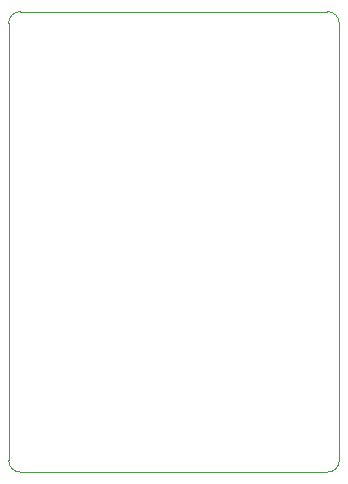
<source format=gm1>
%TF.GenerationSoftware,KiCad,Pcbnew,5.1.7-a382d34a8~88~ubuntu18.04.1*%
%TF.CreationDate,2022-05-18T14:25:08-05:00*%
%TF.ProjectId,Global_Val_Sen_CPU,476c6f62-616c-45f5-9661-6c5f53656e5f,rev?*%
%TF.SameCoordinates,Original*%
%TF.FileFunction,Profile,NP*%
%FSLAX46Y46*%
G04 Gerber Fmt 4.6, Leading zero omitted, Abs format (unit mm)*
G04 Created by KiCad (PCBNEW 5.1.7-a382d34a8~88~ubuntu18.04.1) date 2022-05-18 14:25:08*
%MOMM*%
%LPD*%
G01*
G04 APERTURE LIST*
%TA.AperFunction,Profile*%
%ADD10C,0.050000*%
%TD*%
G04 APERTURE END LIST*
D10*
X87000000Y-79000000D02*
X61000000Y-79000000D01*
X88000000Y-78000000D02*
G75*
G02*
X87000000Y-79000000I-1000000J0D01*
G01*
X61000000Y-79000000D02*
G75*
G02*
X60000000Y-78000000I0J1000000D01*
G01*
X87000000Y-40000000D02*
G75*
G02*
X88000000Y-41000000I0J-1000000D01*
G01*
X60000000Y-41000000D02*
G75*
G02*
X61000000Y-40000000I1000000J0D01*
G01*
X60000000Y-78000000D02*
X60000000Y-41000000D01*
X88000000Y-41000000D02*
X88000000Y-78000000D01*
X61000000Y-40000000D02*
X87000000Y-40000000D01*
M02*

</source>
